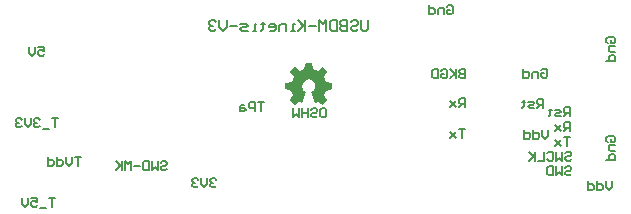
<source format=gbo>
G04 Layer_Color=32896*
%FSLAX23Y23*%
%MOIN*%
G70*
G01*
G75*
%ADD46C,0.005*%
%ADD47C,0.007*%
G36*
X1332Y1354D02*
Y1353D01*
X1335Y1333D01*
Y1333D01*
Y1333D01*
X1336Y1333D01*
X1336Y1332D01*
X1350Y1327D01*
X1351D01*
X1367Y1338D01*
X1369D01*
X1369Y1338D01*
X1383Y1324D01*
Y1324D01*
Y1323D01*
Y1323D01*
Y1323D01*
X1372Y1306D01*
Y1306D01*
Y1306D01*
Y1305D01*
Y1305D01*
X1378Y1291D01*
Y1291D01*
X1378Y1291D01*
X1379Y1290D01*
X1398Y1287D01*
X1398D01*
X1399Y1287D01*
Y1286D01*
Y1266D01*
Y1266D01*
X1398Y1266D01*
X1398Y1265D01*
X1379Y1261D01*
X1379D01*
X1379Y1261D01*
X1378Y1261D01*
X1372Y1246D01*
Y1246D01*
Y1245D01*
Y1245D01*
Y1245D01*
X1383Y1229D01*
Y1228D01*
Y1228D01*
Y1228D01*
X1369Y1214D01*
X1369Y1214D01*
X1368D01*
X1367Y1214D01*
X1352Y1224D01*
X1351D01*
X1344Y1220D01*
X1344D01*
X1344Y1221D01*
X1343Y1221D01*
X1329Y1255D01*
Y1255D01*
Y1255D01*
X1330Y1256D01*
X1332Y1257D01*
X1332Y1257D01*
X1332Y1257D01*
X1332Y1258D01*
X1333Y1258D01*
X1334Y1259D01*
X1335Y1260D01*
X1337Y1262D01*
X1339Y1265D01*
X1341Y1268D01*
X1342Y1271D01*
X1342Y1276D01*
Y1276D01*
Y1277D01*
X1342Y1279D01*
X1342Y1281D01*
X1341Y1283D01*
X1340Y1286D01*
X1338Y1289D01*
X1336Y1291D01*
X1336Y1291D01*
X1335Y1292D01*
X1334Y1293D01*
X1332Y1294D01*
X1330Y1296D01*
X1327Y1297D01*
X1324Y1298D01*
X1321Y1298D01*
X1319D01*
X1318Y1298D01*
X1315Y1297D01*
X1313Y1296D01*
X1310Y1295D01*
X1308Y1293D01*
X1305Y1291D01*
X1305Y1291D01*
X1304Y1290D01*
X1304Y1289D01*
X1302Y1287D01*
X1301Y1284D01*
X1300Y1282D01*
X1299Y1279D01*
X1299Y1276D01*
Y1275D01*
X1299Y1274D01*
X1300Y1271D01*
X1300Y1269D01*
X1302Y1266D01*
X1303Y1263D01*
X1305Y1260D01*
X1309Y1258D01*
X1309Y1258D01*
X1309Y1257D01*
X1310D01*
X1310Y1257D01*
X1312Y1256D01*
X1312Y1256D01*
X1312Y1255D01*
X1299Y1221D01*
X1298Y1221D01*
X1297Y1220D01*
X1290Y1224D01*
X1289D01*
X1274Y1214D01*
X1274Y1214D01*
X1273D01*
X1273Y1214D01*
X1258Y1228D01*
Y1228D01*
Y1229D01*
Y1229D01*
X1269Y1245D01*
Y1245D01*
Y1245D01*
Y1245D01*
Y1246D01*
X1263Y1261D01*
Y1261D01*
Y1261D01*
X1263Y1261D01*
X1262D01*
X1244Y1265D01*
X1244D01*
X1243Y1266D01*
X1243Y1266D01*
Y1286D01*
Y1286D01*
Y1287D01*
X1243Y1287D01*
X1244D01*
X1263Y1290D01*
X1263D01*
X1264Y1291D01*
X1264Y1291D01*
X1270Y1305D01*
Y1305D01*
Y1306D01*
Y1306D01*
Y1306D01*
Y1306D01*
X1258Y1323D01*
Y1323D01*
Y1323D01*
Y1324D01*
Y1324D01*
X1273Y1338D01*
X1273Y1338D01*
X1274D01*
X1290Y1327D01*
X1292D01*
X1305Y1332D01*
X1305D01*
X1306Y1333D01*
X1306Y1333D01*
Y1333D01*
X1310Y1353D01*
Y1353D01*
Y1354D01*
X1310Y1354D01*
X1311Y1354D01*
X1331D01*
X1332Y1354D01*
D02*
G37*
D46*
X1013Y964D02*
X1008Y969D01*
X998D01*
X993Y964D01*
Y959D01*
X998Y954D01*
X1003D01*
X998D01*
X993Y949D01*
Y944D01*
X998Y939D01*
X1008D01*
X1013Y944D01*
X983Y969D02*
Y949D01*
X973Y939D01*
X963Y949D01*
Y969D01*
X953Y964D02*
X948Y969D01*
X938D01*
X933Y964D01*
Y959D01*
X938Y954D01*
X943D01*
X938D01*
X933Y949D01*
Y944D01*
X938Y939D01*
X948D01*
X953Y944D01*
X419Y1407D02*
X439D01*
Y1392D01*
X429Y1397D01*
X424D01*
X419Y1392D01*
Y1382D01*
X424Y1377D01*
X434D01*
X439Y1382D01*
X409Y1407D02*
Y1387D01*
X399Y1377D01*
X389Y1387D01*
Y1407D01*
X1780Y1540D02*
X1785Y1545D01*
X1795D01*
X1800Y1540D01*
Y1520D01*
X1795Y1515D01*
X1785D01*
X1780Y1520D01*
Y1530D01*
X1790D01*
X1770Y1515D02*
Y1535D01*
X1755D01*
X1750Y1530D01*
Y1515D01*
X1720Y1545D02*
Y1515D01*
X1735D01*
X1740Y1520D01*
Y1530D01*
X1735Y1535D01*
X1720D01*
X1170Y1222D02*
X1150D01*
X1160D01*
Y1192D01*
X1140D02*
Y1222D01*
X1125D01*
X1120Y1217D01*
Y1207D01*
X1125Y1202D01*
X1140D01*
X1105Y1212D02*
X1095D01*
X1090Y1207D01*
Y1192D01*
X1105D01*
X1110Y1197D01*
X1105Y1202D01*
X1090D01*
X827Y1020D02*
X832Y1025D01*
X842D01*
X847Y1020D01*
Y1015D01*
X842Y1010D01*
X832D01*
X827Y1005D01*
Y1000D01*
X832Y995D01*
X842D01*
X847Y1000D01*
X817Y1025D02*
Y995D01*
X807Y1005D01*
X797Y995D01*
Y1025D01*
X787D02*
Y995D01*
X772D01*
X767Y1000D01*
Y1020D01*
X772Y1025D01*
X787D01*
X757Y1010D02*
X737D01*
X727Y995D02*
Y1025D01*
X717Y1015D01*
X707Y1025D01*
Y995D01*
X697Y1025D02*
Y995D01*
Y1005D01*
X677Y1025D01*
X692Y1010D01*
X677Y995D01*
X561Y1040D02*
X541D01*
X551D01*
Y1010D01*
X531Y1040D02*
Y1020D01*
X521Y1010D01*
X511Y1020D01*
Y1040D01*
X481D02*
Y1010D01*
X496D01*
X501Y1015D01*
Y1025D01*
X496Y1030D01*
X481D01*
X451Y1040D02*
Y1010D01*
X466D01*
X471Y1015D01*
Y1025D01*
X466Y1030D01*
X451D01*
X484Y1169D02*
X464D01*
X474D01*
Y1139D01*
X454Y1134D02*
X434D01*
X424Y1164D02*
X419Y1169D01*
X409D01*
X404Y1164D01*
Y1159D01*
X409Y1154D01*
X414D01*
X409D01*
X404Y1149D01*
Y1144D01*
X409Y1139D01*
X419D01*
X424Y1144D01*
X394Y1169D02*
Y1149D01*
X384Y1139D01*
X374Y1149D01*
Y1169D01*
X364Y1164D02*
X359Y1169D01*
X349D01*
X344Y1164D01*
Y1159D01*
X349Y1154D01*
X354D01*
X349D01*
X344Y1149D01*
Y1144D01*
X349Y1139D01*
X359D01*
X364Y1144D01*
X475Y904D02*
X455D01*
X465D01*
Y874D01*
X445Y869D02*
X425D01*
X395Y904D02*
X415D01*
Y889D01*
X405Y894D01*
X400D01*
X395Y889D01*
Y879D01*
X400Y874D01*
X410D01*
X415Y879D01*
X385Y904D02*
Y884D01*
X375Y874D01*
X365Y884D01*
Y904D01*
X2318Y1089D02*
X2313Y1094D01*
Y1104D01*
X2318Y1109D01*
X2338D01*
X2343Y1104D01*
Y1094D01*
X2338Y1089D01*
X2328D01*
Y1099D01*
X2343Y1079D02*
X2323D01*
Y1064D01*
X2328Y1059D01*
X2343D01*
X2313Y1029D02*
X2343D01*
Y1044D01*
X2338Y1049D01*
X2328D01*
X2323Y1044D01*
Y1029D01*
X2317Y1419D02*
X2312Y1424D01*
Y1434D01*
X2317Y1439D01*
X2337D01*
X2342Y1434D01*
Y1424D01*
X2337Y1419D01*
X2327D01*
Y1429D01*
X2342Y1409D02*
X2322D01*
Y1394D01*
X2327Y1389D01*
X2342D01*
X2312Y1359D02*
X2342D01*
Y1374D01*
X2337Y1379D01*
X2327D01*
X2322Y1374D01*
Y1359D01*
X2191Y1175D02*
Y1205D01*
X2176D01*
X2171Y1200D01*
Y1190D01*
X2176Y1185D01*
X2191D01*
X2181D02*
X2171Y1175D01*
X2161D02*
X2146D01*
X2141Y1180D01*
X2146Y1185D01*
X2156D01*
X2161Y1190D01*
X2156Y1195D01*
X2141D01*
X2126Y1200D02*
Y1195D01*
X2131D01*
X2121D01*
X2126D01*
Y1180D01*
X2121Y1175D01*
X2190Y1126D02*
Y1156D01*
X2175D01*
X2170Y1151D01*
Y1141D01*
X2175Y1136D01*
X2190D01*
X2180D02*
X2170Y1126D01*
X2160Y1146D02*
X2140Y1126D01*
X2150Y1136D01*
X2140Y1146D01*
X2160Y1126D01*
X2192Y1107D02*
X2172D01*
X2182D01*
Y1077D01*
X2162Y1097D02*
X2142Y1077D01*
X2152Y1087D01*
X2142Y1097D01*
X2162Y1077D01*
X2175Y1052D02*
X2180Y1057D01*
X2190D01*
X2195Y1052D01*
Y1047D01*
X2190Y1042D01*
X2180D01*
X2175Y1037D01*
Y1032D01*
X2180Y1027D01*
X2190D01*
X2195Y1032D01*
X2165Y1057D02*
Y1027D01*
X2155Y1037D01*
X2145Y1027D01*
Y1057D01*
X2115Y1052D02*
X2120Y1057D01*
X2130D01*
X2135Y1052D01*
Y1032D01*
X2130Y1027D01*
X2120D01*
X2115Y1032D01*
X2105Y1057D02*
Y1027D01*
X2085D01*
X2075Y1057D02*
Y1027D01*
Y1037D01*
X2055Y1057D01*
X2070Y1042D01*
X2055Y1027D01*
X2175Y1004D02*
X2180Y1009D01*
X2190D01*
X2195Y1004D01*
Y999D01*
X2190Y994D01*
X2180D01*
X2175Y989D01*
Y984D01*
X2180Y979D01*
X2190D01*
X2195Y984D01*
X2165Y1009D02*
Y979D01*
X2155Y989D01*
X2145Y979D01*
Y1009D01*
X2135D02*
Y979D01*
X2120D01*
X2115Y984D01*
Y1004D01*
X2120Y1009D01*
X2135D01*
X2331Y959D02*
Y939D01*
X2321Y929D01*
X2311Y939D01*
Y959D01*
X2281D02*
Y929D01*
X2296D01*
X2301Y934D01*
Y944D01*
X2296Y949D01*
X2281D01*
X2251Y959D02*
Y929D01*
X2266D01*
X2271Y934D01*
Y944D01*
X2266Y949D01*
X2251D01*
X2119Y1130D02*
Y1110D01*
X2109Y1100D01*
X2099Y1110D01*
Y1130D01*
X2069D02*
Y1100D01*
X2084D01*
X2089Y1105D01*
Y1115D01*
X2084Y1120D01*
X2069D01*
X2039Y1130D02*
Y1100D01*
X2054D01*
X2059Y1105D01*
Y1115D01*
X2054Y1120D01*
X2039D01*
X2102Y1203D02*
Y1233D01*
X2087D01*
X2082Y1228D01*
Y1218D01*
X2087Y1213D01*
X2102D01*
X2092D02*
X2082Y1203D01*
X2072D02*
X2057D01*
X2052Y1208D01*
X2057Y1213D01*
X2067D01*
X2072Y1218D01*
X2067Y1223D01*
X2052D01*
X2037Y1228D02*
Y1223D01*
X2042D01*
X2032D01*
X2037D01*
Y1208D01*
X2032Y1203D01*
X2096Y1329D02*
X2101Y1334D01*
X2111D01*
X2116Y1329D01*
Y1309D01*
X2111Y1304D01*
X2101D01*
X2096Y1309D01*
Y1319D01*
X2106D01*
X2086Y1304D02*
Y1324D01*
X2071D01*
X2066Y1319D01*
Y1304D01*
X2036Y1334D02*
Y1304D01*
X2051D01*
X2056Y1309D01*
Y1319D01*
X2051Y1324D01*
X2036D01*
X1842Y1134D02*
X1822D01*
X1832D01*
Y1104D01*
X1812Y1124D02*
X1792Y1104D01*
X1802Y1114D01*
X1792Y1124D01*
X1812Y1104D01*
X1842Y1205D02*
Y1235D01*
X1827D01*
X1822Y1230D01*
Y1220D01*
X1827Y1215D01*
X1842D01*
X1832D02*
X1822Y1205D01*
X1812Y1225D02*
X1792Y1205D01*
X1802Y1215D01*
X1792Y1225D01*
X1812Y1205D01*
X1842Y1332D02*
Y1302D01*
X1827D01*
X1822Y1307D01*
Y1312D01*
X1827Y1317D01*
X1842D01*
X1827D01*
X1822Y1322D01*
Y1327D01*
X1827Y1332D01*
X1842D01*
X1812D02*
Y1302D01*
Y1312D01*
X1792Y1332D01*
X1807Y1317D01*
X1792Y1302D01*
X1762Y1327D02*
X1767Y1332D01*
X1777D01*
X1782Y1327D01*
Y1307D01*
X1777Y1302D01*
X1767D01*
X1762Y1307D01*
Y1317D01*
X1772D01*
X1752Y1332D02*
Y1302D01*
X1737D01*
X1732Y1307D01*
Y1327D01*
X1737Y1332D01*
X1752D01*
X1519Y1495D02*
Y1466D01*
X1513Y1460D01*
X1502D01*
X1496Y1466D01*
Y1495D01*
X1461Y1489D02*
X1467Y1495D01*
X1478D01*
X1484Y1489D01*
Y1483D01*
X1478Y1477D01*
X1467D01*
X1461Y1472D01*
Y1466D01*
X1467Y1460D01*
X1478D01*
X1484Y1466D01*
X1449Y1495D02*
Y1460D01*
X1432D01*
X1426Y1466D01*
Y1472D01*
X1432Y1477D01*
X1449D01*
X1432D01*
X1426Y1483D01*
Y1489D01*
X1432Y1495D01*
X1449D01*
X1414D02*
Y1460D01*
X1397D01*
X1391Y1466D01*
Y1489D01*
X1397Y1495D01*
X1414D01*
X1379Y1460D02*
Y1495D01*
X1367Y1483D01*
X1356Y1495D01*
Y1460D01*
X1344Y1477D02*
X1321D01*
X1309Y1495D02*
Y1460D01*
Y1472D01*
X1286Y1495D01*
X1303Y1477D01*
X1286Y1460D01*
X1274D02*
X1262D01*
X1268D01*
Y1483D01*
X1274D01*
X1245Y1460D02*
Y1483D01*
X1227D01*
X1222Y1477D01*
Y1460D01*
X1192D02*
X1204D01*
X1210Y1466D01*
Y1477D01*
X1204Y1483D01*
X1192D01*
X1187Y1477D01*
Y1472D01*
X1210D01*
X1169Y1489D02*
Y1483D01*
X1175D01*
X1163D01*
X1169D01*
Y1466D01*
X1163Y1460D01*
X1146D02*
X1134D01*
X1140D01*
Y1483D01*
X1146D01*
X1117Y1460D02*
X1099D01*
X1093Y1466D01*
X1099Y1472D01*
X1111D01*
X1117Y1477D01*
X1111Y1483D01*
X1093D01*
X1082Y1477D02*
X1058D01*
X1047Y1495D02*
Y1472D01*
X1035Y1460D01*
X1023Y1472D01*
Y1495D01*
X1012Y1489D02*
X1006Y1495D01*
X994D01*
X988Y1489D01*
Y1483D01*
X994Y1477D01*
X1000D01*
X994D01*
X988Y1472D01*
Y1466D01*
X994Y1460D01*
X1006D01*
X1012Y1466D01*
D47*
X1364Y1202D02*
X1374D01*
X1379Y1197D01*
Y1177D01*
X1374Y1172D01*
X1364D01*
X1359Y1177D01*
Y1197D01*
X1364Y1202D01*
X1329Y1197D02*
X1334Y1202D01*
X1344D01*
X1349Y1197D01*
Y1192D01*
X1344Y1187D01*
X1334D01*
X1329Y1182D01*
Y1177D01*
X1334Y1172D01*
X1344D01*
X1349Y1177D01*
X1319Y1202D02*
Y1172D01*
Y1187D01*
X1299D01*
Y1202D01*
Y1172D01*
X1289Y1202D02*
Y1172D01*
X1279Y1182D01*
X1269Y1172D01*
Y1202D01*
M02*

</source>
